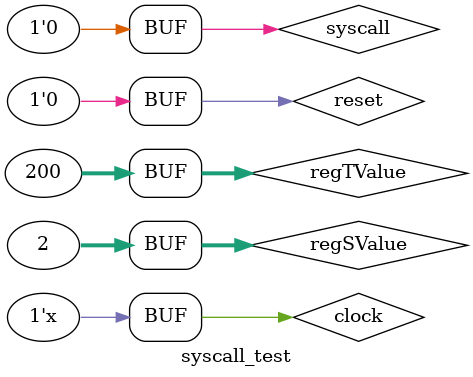
<source format=v>
`timescale 1ns / 1ps


module syscall_test();
    reg[31: 0] regSValue=0;
    reg[31: 0] regTValue=0;
    reg syscall=0;
    reg clock=0;
    reg reset=0;
    wire enable;
    wire[31: 0] syscallOutput;

    Syscall syscallTest(.regSValue(regSValue), .regTValue(regTValue),
        .syscall(syscall), .clock(clock), .reset(reset), .enable(enable),
        .syscallOutput(syscallOutput));

    always #5 clock = ~clock;
    initial begin
        #2 reset = 1;
        #10 reset = 0;

        #10 syscall = 1;
        regTValue = 100;
        regSValue = 1;

        #10 syscall = 0;

        #10 syscall = 1;
        regSValue = 32'h0000_000a;

        #10 syscall = 0;
        #10 syscall = 1;
        regSValue = 2;
        regTValue = 200;

        #30 syscall = 0;

        #10 reset = 1;
        #10 reset = 0;
    end
endmodule

</source>
